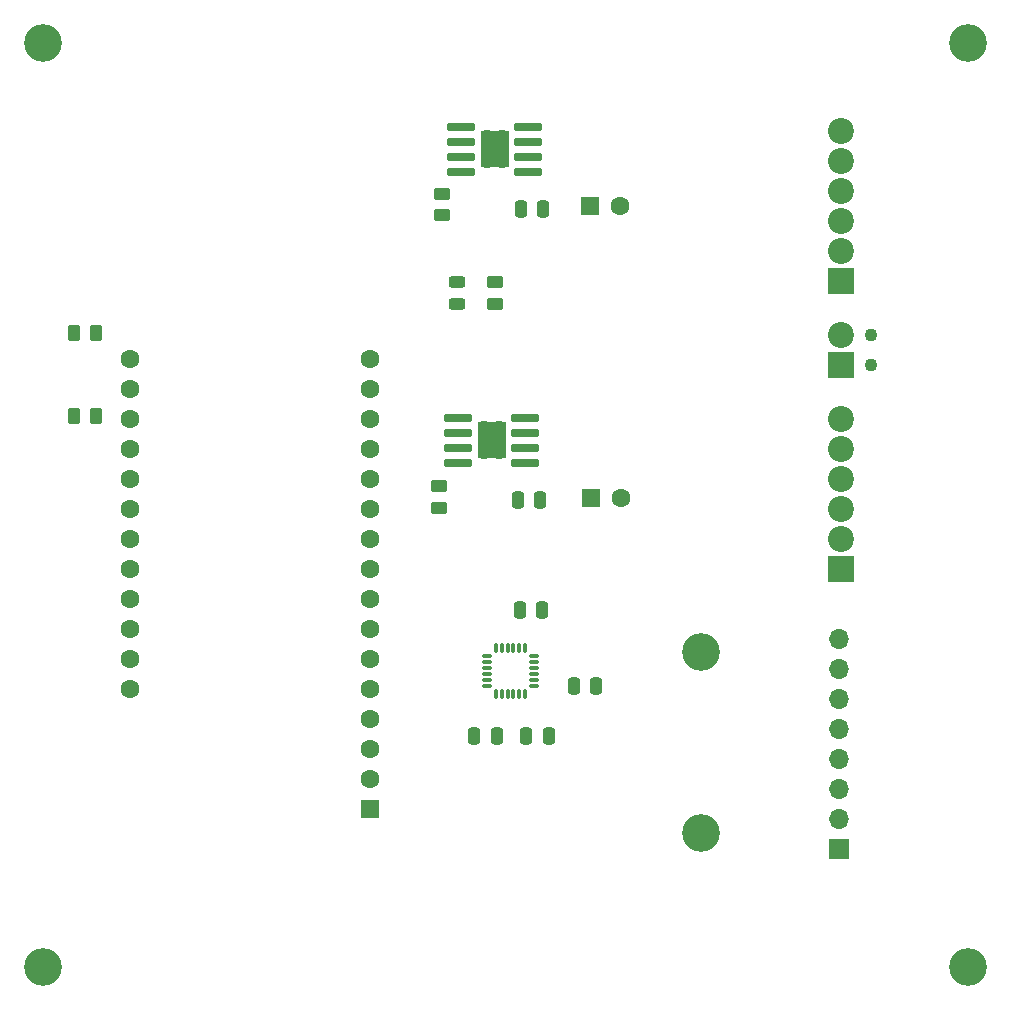
<source format=gts>
%TF.GenerationSoftware,KiCad,Pcbnew,7.0.7*%
%TF.CreationDate,2023-11-09T13:19:11-08:00*%
%TF.ProjectId,Balance_Bot,42616c61-6e63-4655-9f42-6f742e6b6963,rev?*%
%TF.SameCoordinates,Original*%
%TF.FileFunction,Soldermask,Top*%
%TF.FilePolarity,Negative*%
%FSLAX46Y46*%
G04 Gerber Fmt 4.6, Leading zero omitted, Abs format (unit mm)*
G04 Created by KiCad (PCBNEW 7.0.7) date 2023-11-09 13:19:11*
%MOMM*%
%LPD*%
G01*
G04 APERTURE LIST*
G04 Aperture macros list*
%AMRoundRect*
0 Rectangle with rounded corners*
0 $1 Rounding radius*
0 $2 $3 $4 $5 $6 $7 $8 $9 X,Y pos of 4 corners*
0 Add a 4 corners polygon primitive as box body*
4,1,4,$2,$3,$4,$5,$6,$7,$8,$9,$2,$3,0*
0 Add four circle primitives for the rounded corners*
1,1,$1+$1,$2,$3*
1,1,$1+$1,$4,$5*
1,1,$1+$1,$6,$7*
1,1,$1+$1,$8,$9*
0 Add four rect primitives between the rounded corners*
20,1,$1+$1,$2,$3,$4,$5,0*
20,1,$1+$1,$4,$5,$6,$7,0*
20,1,$1+$1,$6,$7,$8,$9,0*
20,1,$1+$1,$8,$9,$2,$3,0*%
G04 Aperture macros list end*
%ADD10C,3.200000*%
%ADD11RoundRect,0.250000X-0.262500X-0.450000X0.262500X-0.450000X0.262500X0.450000X-0.262500X0.450000X0*%
%ADD12RoundRect,0.250000X-0.450000X0.262500X-0.450000X-0.262500X0.450000X-0.262500X0.450000X0.262500X0*%
%ADD13C,0.770000*%
%ADD14RoundRect,0.070000X-1.100000X-0.250000X1.100000X-0.250000X1.100000X0.250000X-1.100000X0.250000X0*%
%ADD15R,2.400000X3.100000*%
%ADD16RoundRect,0.250000X0.250000X0.475000X-0.250000X0.475000X-0.250000X-0.475000X0.250000X-0.475000X0*%
%ADD17R,1.600000X1.600000*%
%ADD18C,1.600000*%
%ADD19C,2.200000*%
%ADD20R,2.200000X2.200000*%
%ADD21C,1.100000*%
%ADD22RoundRect,0.075000X-0.350000X-0.075000X0.350000X-0.075000X0.350000X0.075000X-0.350000X0.075000X0*%
%ADD23RoundRect,0.075000X0.075000X-0.350000X0.075000X0.350000X-0.075000X0.350000X-0.075000X-0.350000X0*%
%ADD24R,1.700000X1.700000*%
%ADD25O,1.700000X1.700000*%
%ADD26RoundRect,0.243750X0.456250X-0.243750X0.456250X0.243750X-0.456250X0.243750X-0.456250X-0.243750X0*%
%ADD27RoundRect,0.250000X0.450000X-0.262500X0.450000X0.262500X-0.450000X0.262500X-0.450000X-0.262500X0*%
%ADD28RoundRect,0.250000X-0.250000X-0.475000X0.250000X-0.475000X0.250000X0.475000X-0.250000X0.475000X0*%
G04 APERTURE END LIST*
D10*
%TO.C,H6*%
X178600000Y-116050000D03*
%TD*%
%TO.C,H5*%
X178600000Y-131350000D03*
%TD*%
D11*
%TO.C,R11*%
X125587500Y-89000000D03*
X127412500Y-89000000D03*
%TD*%
D10*
%TO.C,H4*%
X122919000Y-142686000D03*
%TD*%
D12*
%TO.C,R8*%
X156464000Y-101957500D03*
X156464000Y-103782500D03*
%TD*%
D13*
%TO.C,U2*%
X161798000Y-74736000D03*
X161798000Y-73436000D03*
X161798000Y-72136000D03*
X160498000Y-74736000D03*
X160498000Y-73436000D03*
X160498000Y-72136000D03*
D14*
X164023000Y-71531000D03*
X164023000Y-72801000D03*
X164023000Y-74071000D03*
X164023000Y-75341000D03*
X158273000Y-75341000D03*
X158273000Y-74071000D03*
X158273000Y-72801000D03*
X158273000Y-71531000D03*
D15*
X161148000Y-73436000D03*
%TD*%
D16*
%TO.C,C5*%
X165288000Y-78486000D03*
X163388000Y-78486000D03*
%TD*%
D17*
%TO.C,C7*%
X169251621Y-78232000D03*
D18*
X171751621Y-78232000D03*
%TD*%
D10*
%TO.C,H3*%
X201249000Y-142686000D03*
%TD*%
D19*
%TO.C,J3*%
X190500000Y-89154000D03*
D20*
X190500000Y-91694000D03*
D21*
X193040000Y-89154000D03*
X193040000Y-91694000D03*
%TD*%
D16*
%TO.C,C2*%
X165750000Y-123100000D03*
X163850000Y-123100000D03*
%TD*%
D22*
%TO.C,U1*%
X160550000Y-116350000D03*
X160550000Y-116850000D03*
X160550000Y-117350000D03*
X160550000Y-117850000D03*
X160550000Y-118350000D03*
X160550000Y-118850000D03*
D23*
X161250000Y-119550000D03*
X161750000Y-119550000D03*
X162250000Y-119550000D03*
X162750000Y-119550000D03*
X163250000Y-119550000D03*
X163750000Y-119550000D03*
D22*
X164450000Y-118850000D03*
X164450000Y-118350000D03*
X164450000Y-117850000D03*
X164450000Y-117350000D03*
X164450000Y-116850000D03*
X164450000Y-116350000D03*
D23*
X163750000Y-115650000D03*
X163250000Y-115650000D03*
X162750000Y-115650000D03*
X162250000Y-115650000D03*
X161750000Y-115650000D03*
X161250000Y-115650000D03*
%TD*%
D16*
%TO.C,C6*%
X165034000Y-103124000D03*
X163134000Y-103124000D03*
%TD*%
D12*
%TO.C,R1*%
X156718000Y-77216000D03*
X156718000Y-79041000D03*
%TD*%
D24*
%TO.C,J4*%
X190350000Y-132674469D03*
D25*
X190350000Y-130134469D03*
X190350000Y-127594469D03*
X190350000Y-125054469D03*
X190350000Y-122514469D03*
X190350000Y-119974469D03*
X190350000Y-117434469D03*
X190350000Y-114894469D03*
%TD*%
D26*
%TO.C,D1*%
X158000000Y-86537500D03*
X158000000Y-84662500D03*
%TD*%
D20*
%TO.C,J1*%
X190500000Y-84582000D03*
D19*
X190500000Y-82042000D03*
X190500000Y-79502000D03*
X190500000Y-76962000D03*
X190500000Y-74422000D03*
X190500000Y-71882000D03*
%TD*%
D10*
%TO.C,H2*%
X201249000Y-64446000D03*
%TD*%
D17*
%TO.C,C9*%
X169317621Y-103000000D03*
D18*
X171817621Y-103000000D03*
%TD*%
D13*
%TO.C,U4*%
X161544000Y-99374000D03*
X161544000Y-98074000D03*
X161544000Y-96774000D03*
X160244000Y-99374000D03*
X160244000Y-98074000D03*
X160244000Y-96774000D03*
D14*
X163769000Y-96169000D03*
X163769000Y-97439000D03*
X163769000Y-98709000D03*
X163769000Y-99979000D03*
X158019000Y-99979000D03*
X158019000Y-98709000D03*
X158019000Y-97439000D03*
X158019000Y-96169000D03*
D15*
X160894000Y-98074000D03*
%TD*%
D16*
%TO.C,C3*%
X161350000Y-123100000D03*
X159450000Y-123100000D03*
%TD*%
%TO.C,C1*%
X165200000Y-112492000D03*
X163300000Y-112492000D03*
%TD*%
D27*
%TO.C,R2*%
X161200000Y-84687500D03*
X161200000Y-86512500D03*
%TD*%
D20*
%TO.C,J2*%
X190500000Y-108966000D03*
D19*
X190500000Y-106426000D03*
X190500000Y-103886000D03*
X190500000Y-101346000D03*
X190500000Y-98806000D03*
X190500000Y-96266000D03*
%TD*%
D11*
%TO.C,R10*%
X125587500Y-96000000D03*
X127412500Y-96000000D03*
%TD*%
D10*
%TO.C,H1*%
X122919000Y-64446000D03*
%TD*%
D28*
%TO.C,C4*%
X169750000Y-118900000D03*
X167850000Y-118900000D03*
%TD*%
D17*
%TO.C,A1*%
X150622000Y-129286000D03*
D18*
X150622000Y-126746000D03*
X150622000Y-124206000D03*
X150622000Y-121666000D03*
X150622000Y-119126000D03*
X150622000Y-116586000D03*
X150622000Y-114046000D03*
X150622000Y-111506000D03*
X150622000Y-108966000D03*
X150622000Y-106426000D03*
X150622000Y-103886000D03*
X150622000Y-101346000D03*
X150622000Y-98806000D03*
X150622000Y-96266000D03*
X150622000Y-93726000D03*
X150622000Y-91186000D03*
X130302000Y-91186000D03*
X130302000Y-93726000D03*
X130302000Y-96266000D03*
X130302000Y-98806000D03*
X130302000Y-101346000D03*
X130302000Y-103886000D03*
X130302000Y-106426000D03*
X130302000Y-108966000D03*
X130302000Y-111506000D03*
X130302000Y-114046000D03*
X130302000Y-116586000D03*
X130302000Y-119126000D03*
%TD*%
M02*

</source>
